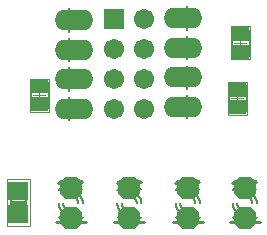
<source format=gbs>
%FSTAX24Y24*%
%MOIN*%
%SFA1B1*%

%IPPOS*%
%AMD29*
4,1,8,0.037000,-0.018500,0.037000,0.018500,0.018500,0.037000,-0.018500,0.037000,-0.037000,0.018500,-0.037000,-0.018500,-0.018500,-0.037000,0.018500,-0.037000,0.037000,-0.018500,0.0*
%
%ADD11R,0.047600X0.015900*%
%ADD12C,0.003900*%
%ADD13C,0.010000*%
%ADD14C,0.006000*%
%ADD15R,0.056000X0.014000*%
%ADD16R,0.025000X0.024000*%
%ADD17C,0.002000*%
G04~CAMADD=29~4~0.0~0.0~740.0~740.0~0.0~185.0~0~0.0~0.0~0.0~0.0~0~0.0~0.0~0.0~0.0~0~0.0~0.0~0.0~270.0~740.0~740.0*
%ADD29D29*%
%ADD30O,0.128000X0.068000*%
%ADD31C,0.067100*%
%ADD32R,0.067100X0.067100*%
%ADD33R,0.071000X0.060000*%
%ADD34R,0.063100X0.051300*%
%LNnode_simple-1*%
%LPD*%
G54D11*
X000752Y001225D03*
G54D12*
X008435Y006122D02*
Y006988D01*
X007865Y006122D02*
Y006988D01*
Y006122D02*
X008435D01*
X007865Y006988D02*
X008435D01*
X008335Y004262D02*
Y005128D01*
X007765Y004262D02*
Y005128D01*
Y004262D02*
X008335D01*
X007765Y005128D02*
X008335D01*
X001735Y004367D02*
Y005233D01*
X001165Y004367D02*
Y005233D01*
Y004367D02*
X001735D01*
X001165Y005233D02*
X001735D01*
X007953Y006555D02*
X008347D01*
X00815Y006358D02*
Y006752D01*
X008465Y006004D02*
Y007106D01*
X007835Y006004D02*
Y007106D01*
Y006004D02*
X008465D01*
X007835Y007106D02*
X008465D01*
X007853Y004695D02*
X008247D01*
X00805Y004498D02*
Y004892D01*
X008365Y004144D02*
Y005246D01*
X007735Y004144D02*
Y005246D01*
Y004144D02*
X008365D01*
X007735Y005246D02*
X008365D01*
X001253Y0048D02*
X001647D01*
X00145Y004603D02*
Y004997D01*
X001765Y004249D02*
Y005351D01*
X001135Y004249D02*
Y005351D01*
Y004249D02*
X001765D01*
X001135Y005351D02*
X001765D01*
G54D13*
X0083Y002D02*
D01*
X008244Y001998*
X008188Y001992*
X008133Y001982*
X008079Y001969*
X008026Y001951*
X007974Y00193*
X007924Y001906*
X007881Y001881*
X00868Y001904D02*
D01*
X008629Y001928*
X008578Y00195*
X008524Y001967*
X00847Y001981*
X008415Y001991*
X008359Y001997*
X008304Y001999*
X0083Y002*
X0064D02*
D01*
X006344Y001998*
X006288Y001992*
X006233Y001982*
X006179Y001969*
X006126Y001951*
X006074Y00193*
X006024Y001906*
X005981Y001881*
X00678Y001904D02*
D01*
X006729Y001928*
X006678Y00195*
X006624Y001967*
X00657Y001981*
X006515Y001991*
X006459Y001997*
X006404Y001999*
X0064Y002*
X00445D02*
D01*
X004394Y001998*
X004338Y001992*
X004283Y001982*
X004229Y001969*
X004176Y001951*
X004124Y00193*
X004074Y001906*
X004031Y001881*
X00483Y001904D02*
D01*
X004779Y001928*
X004728Y00195*
X004674Y001967*
X00462Y001981*
X004565Y001991*
X004509Y001997*
X004454Y001999*
X00445Y002*
X0025D02*
D01*
X002444Y001998*
X002388Y001992*
X002333Y001982*
X002279Y001969*
X002226Y001951*
X002174Y00193*
X002124Y001906*
X002081Y001881*
X00288Y001904D02*
D01*
X002829Y001928*
X002778Y00195*
X002724Y001967*
X00267Y001981*
X002615Y001991*
X002559Y001997*
X002504Y001999*
X0025Y002*
X0078Y00058D02*
X0088D01*
X0059D02*
X0069D01*
X00395D02*
X00495D01*
X002D02*
X003D01*
G54D14*
X0079Y0012D02*
D01*
X0079Y001172*
X007903Y001144*
X007908Y001116*
X007915Y001089*
X007924Y001063*
X007934Y001037*
X007946Y001012*
X00796Y000988*
X007976Y000964*
X007993Y000942*
X008012Y000922*
X008032Y000902*
X008053Y000884*
X008076Y000868*
X0081Y000853*
X008124Y00084*
X00815Y000829*
X008176Y000819*
X008203Y000811*
X00823Y000806*
X008258Y000802*
X008286Y0008*
X0083Y0008*
X00805Y0012D02*
D01*
X00805Y001182*
X008052Y001165*
X008055Y001148*
X008059Y001131*
X008065Y001114*
X008071Y001098*
X008079Y001082*
X008087Y001067*
X008097Y001053*
X008108Y001039*
X00812Y001026*
X008132Y001014*
X008146Y001002*
X00816Y000992*
X008175Y000983*
X00819Y000975*
X008206Y000968*
X008222Y000962*
X008239Y000957*
X008256Y000953*
X008273Y000951*
X008291Y00095*
X0083Y00095*
X0087Y0012D02*
D01*
X008699Y001227*
X008696Y001255*
X008691Y001283*
X008684Y00131*
X008675Y001336*
X008665Y001362*
X008653Y001387*
X008639Y001411*
X008623Y001435*
X008606Y001457*
X008587Y001477*
X008567Y001497*
X008546Y001515*
X008523Y001531*
X0085Y001546*
X008475Y001559*
X008449Y00157*
X008423Y00158*
X008396Y001588*
X008369Y001593*
X008341Y001597*
X008313Y001599*
X0083Y0016*
X00855Y0012D02*
D01*
X008549Y001217*
X008547Y001234*
X008544Y001251*
X00854Y001268*
X008534Y001285*
X008528Y001301*
X00852Y001317*
X008512Y001332*
X008502Y001346*
X008491Y00136*
X008479Y001373*
X008467Y001385*
X008453Y001397*
X008439Y001407*
X008425Y001416*
X008409Y001424*
X008393Y001431*
X008377Y001437*
X00836Y001442*
X008343Y001446*
X008326Y001448*
X008308Y001449*
X0083Y00145*
X007916Y00073D02*
D01*
X007949Y000705*
X007984Y000682*
X00802Y000662*
X008058Y000645*
X008097Y00063*
X008137Y000618*
X008177Y000609*
X008218Y000603*
X00826Y0006*
X0083Y0006*
D01*
X008342Y0006*
X008385Y000604*
X008427Y000611*
X008468Y00062*
X008509Y000633*
X008549Y000648*
X008588Y000666*
X008625Y000687*
X008661Y00071*
X008695Y000735*
X0087Y00074*
X0083Y0018D02*
D01*
X008258Y001798*
X008216Y001794*
X008175Y001786*
X008134Y001776*
X008094Y001763*
X008055Y001748*
X008018Y001729*
X007982Y001708*
X007947Y001685*
X007914Y001659*
X007901Y001648*
X00869Y001661D02*
D01*
X008656Y001686*
X00862Y00171*
X008584Y001731*
X008545Y001749*
X008506Y001765*
X008465Y001777*
X008424Y001787*
X008382Y001794*
X00834Y001798*
X0083Y0018*
X006Y0012D02*
D01*
X006Y001172*
X006003Y001144*
X006008Y001116*
X006015Y001089*
X006024Y001063*
X006034Y001037*
X006046Y001012*
X00606Y000988*
X006076Y000964*
X006093Y000942*
X006112Y000922*
X006132Y000902*
X006153Y000884*
X006176Y000868*
X0062Y000853*
X006224Y00084*
X00625Y000829*
X006276Y000819*
X006303Y000811*
X00633Y000806*
X006358Y000802*
X006386Y0008*
X0064Y0008*
X00615Y0012D02*
D01*
X00615Y001182*
X006152Y001165*
X006155Y001148*
X006159Y001131*
X006165Y001114*
X006171Y001098*
X006179Y001082*
X006187Y001067*
X006197Y001053*
X006208Y001039*
X00622Y001026*
X006232Y001014*
X006246Y001002*
X00626Y000992*
X006275Y000983*
X00629Y000975*
X006306Y000968*
X006322Y000962*
X006339Y000957*
X006356Y000953*
X006373Y000951*
X006391Y00095*
X0064Y00095*
X0068Y0012D02*
D01*
X006799Y001227*
X006796Y001255*
X006791Y001283*
X006784Y00131*
X006775Y001336*
X006765Y001362*
X006753Y001387*
X006739Y001411*
X006723Y001435*
X006706Y001457*
X006687Y001477*
X006667Y001497*
X006646Y001515*
X006623Y001531*
X0066Y001546*
X006575Y001559*
X006549Y00157*
X006523Y00158*
X006496Y001588*
X006469Y001593*
X006441Y001597*
X006413Y001599*
X0064Y0016*
X00665Y0012D02*
D01*
X006649Y001217*
X006647Y001234*
X006644Y001251*
X00664Y001268*
X006634Y001285*
X006628Y001301*
X00662Y001317*
X006612Y001332*
X006602Y001346*
X006591Y00136*
X006579Y001373*
X006567Y001385*
X006553Y001397*
X006539Y001407*
X006525Y001416*
X006509Y001424*
X006493Y001431*
X006477Y001437*
X00646Y001442*
X006443Y001446*
X006426Y001448*
X006408Y001449*
X0064Y00145*
X006016Y00073D02*
D01*
X006049Y000705*
X006084Y000682*
X00612Y000662*
X006158Y000645*
X006197Y00063*
X006237Y000618*
X006277Y000609*
X006318Y000603*
X00636Y0006*
X0064Y0006*
D01*
X006442Y0006*
X006485Y000604*
X006527Y000611*
X006568Y00062*
X006609Y000633*
X006649Y000648*
X006688Y000666*
X006725Y000687*
X006761Y00071*
X006795Y000735*
X0068Y00074*
X0064Y0018D02*
D01*
X006358Y001798*
X006316Y001794*
X006275Y001786*
X006234Y001776*
X006194Y001763*
X006155Y001748*
X006118Y001729*
X006082Y001708*
X006047Y001685*
X006014Y001659*
X006001Y001648*
X00679Y001661D02*
D01*
X006756Y001686*
X00672Y00171*
X006684Y001731*
X006645Y001749*
X006606Y001765*
X006565Y001777*
X006524Y001787*
X006482Y001794*
X00644Y001798*
X0064Y0018*
X00405Y0012D02*
D01*
X00405Y001172*
X004053Y001144*
X004058Y001116*
X004065Y001089*
X004074Y001063*
X004084Y001037*
X004096Y001012*
X00411Y000988*
X004126Y000964*
X004143Y000942*
X004162Y000922*
X004182Y000902*
X004203Y000884*
X004226Y000868*
X00425Y000853*
X004274Y00084*
X0043Y000829*
X004326Y000819*
X004353Y000811*
X00438Y000806*
X004408Y000802*
X004436Y0008*
X00445Y0008*
X0042Y0012D02*
D01*
X0042Y001182*
X004202Y001165*
X004205Y001148*
X004209Y001131*
X004215Y001114*
X004221Y001098*
X004229Y001082*
X004237Y001067*
X004247Y001053*
X004258Y001039*
X00427Y001026*
X004282Y001014*
X004296Y001002*
X00431Y000992*
X004325Y000983*
X00434Y000975*
X004356Y000968*
X004372Y000962*
X004389Y000957*
X004406Y000953*
X004423Y000951*
X004441Y00095*
X00445Y00095*
X00485Y0012D02*
D01*
X004849Y001227*
X004846Y001255*
X004841Y001283*
X004834Y00131*
X004825Y001336*
X004815Y001362*
X004803Y001387*
X004789Y001411*
X004773Y001435*
X004756Y001457*
X004737Y001477*
X004717Y001497*
X004696Y001515*
X004673Y001531*
X00465Y001546*
X004625Y001559*
X004599Y00157*
X004573Y00158*
X004546Y001588*
X004519Y001593*
X004491Y001597*
X004463Y001599*
X00445Y0016*
X0047Y0012D02*
D01*
X004699Y001217*
X004697Y001234*
X004694Y001251*
X00469Y001268*
X004684Y001285*
X004678Y001301*
X00467Y001317*
X004662Y001332*
X004652Y001346*
X004641Y00136*
X004629Y001373*
X004617Y001385*
X004603Y001397*
X004589Y001407*
X004575Y001416*
X004559Y001424*
X004543Y001431*
X004527Y001437*
X00451Y001442*
X004493Y001446*
X004476Y001448*
X004458Y001449*
X00445Y00145*
X004066Y00073D02*
D01*
X004099Y000705*
X004134Y000682*
X00417Y000662*
X004208Y000645*
X004247Y00063*
X004287Y000618*
X004327Y000609*
X004368Y000603*
X00441Y0006*
X00445Y0006*
D01*
X004492Y0006*
X004535Y000604*
X004577Y000611*
X004618Y00062*
X004659Y000633*
X004699Y000648*
X004738Y000666*
X004775Y000687*
X004811Y00071*
X004845Y000735*
X00485Y00074*
X00445Y0018D02*
D01*
X004408Y001798*
X004366Y001794*
X004325Y001786*
X004284Y001776*
X004244Y001763*
X004205Y001748*
X004168Y001729*
X004132Y001708*
X004097Y001685*
X004064Y001659*
X004051Y001648*
X00484Y001661D02*
D01*
X004806Y001686*
X00477Y00171*
X004734Y001731*
X004695Y001749*
X004656Y001765*
X004615Y001777*
X004574Y001787*
X004532Y001794*
X00449Y001798*
X00445Y0018*
X0021Y0012D02*
D01*
X0021Y001172*
X002103Y001144*
X002108Y001116*
X002115Y001089*
X002124Y001063*
X002134Y001037*
X002146Y001012*
X00216Y000988*
X002176Y000964*
X002193Y000942*
X002212Y000922*
X002232Y000902*
X002253Y000884*
X002276Y000868*
X0023Y000853*
X002324Y00084*
X00235Y000829*
X002376Y000819*
X002403Y000811*
X00243Y000806*
X002458Y000802*
X002486Y0008*
X0025Y0008*
X00225Y0012D02*
D01*
X00225Y001182*
X002252Y001165*
X002255Y001148*
X002259Y001131*
X002265Y001114*
X002271Y001098*
X002279Y001082*
X002287Y001067*
X002297Y001053*
X002308Y001039*
X00232Y001026*
X002332Y001014*
X002346Y001002*
X00236Y000992*
X002375Y000983*
X00239Y000975*
X002406Y000968*
X002422Y000962*
X002439Y000957*
X002456Y000953*
X002473Y000951*
X002491Y00095*
X0025Y00095*
X0029Y0012D02*
D01*
X002899Y001227*
X002896Y001255*
X002891Y001283*
X002884Y00131*
X002875Y001336*
X002865Y001362*
X002853Y001387*
X002839Y001411*
X002823Y001435*
X002806Y001457*
X002787Y001477*
X002767Y001497*
X002746Y001515*
X002723Y001531*
X0027Y001546*
X002675Y001559*
X002649Y00157*
X002623Y00158*
X002596Y001588*
X002569Y001593*
X002541Y001597*
X002513Y001599*
X0025Y0016*
X00275Y0012D02*
D01*
X002749Y001217*
X002747Y001234*
X002744Y001251*
X00274Y001268*
X002734Y001285*
X002728Y001301*
X00272Y001317*
X002712Y001332*
X002702Y001346*
X002691Y00136*
X002679Y001373*
X002667Y001385*
X002653Y001397*
X002639Y001407*
X002625Y001416*
X002609Y001424*
X002593Y001431*
X002577Y001437*
X00256Y001442*
X002543Y001446*
X002526Y001448*
X002508Y001449*
X0025Y00145*
X002116Y00073D02*
D01*
X002149Y000705*
X002184Y000682*
X00222Y000662*
X002258Y000645*
X002297Y00063*
X002337Y000618*
X002377Y000609*
X002418Y000603*
X00246Y0006*
X0025Y0006*
D01*
X002542Y0006*
X002585Y000604*
X002627Y000611*
X002668Y00062*
X002709Y000633*
X002749Y000648*
X002788Y000666*
X002825Y000687*
X002861Y00071*
X002895Y000735*
X0029Y00074*
X0025Y0018D02*
D01*
X002458Y001798*
X002416Y001794*
X002375Y001786*
X002334Y001776*
X002294Y001763*
X002255Y001748*
X002218Y001729*
X002182Y001708*
X002147Y001685*
X002114Y001659*
X002101Y001648*
X00289Y001661D02*
D01*
X002856Y001686*
X00282Y00171*
X002784Y001731*
X002745Y001749*
X002706Y001765*
X002665Y001777*
X002624Y001787*
X002582Y001794*
X00254Y001798*
X0025Y0018*
X0005Y000944D02*
Y001504D01*
X001Y000944D02*
Y001504D01*
X00245Y003963D02*
Y004743D01*
Y004953D02*
Y005733D01*
Y005936D02*
Y006716D01*
Y006916D02*
Y007696D01*
X006389Y006983D02*
Y007764D01*
Y005994D02*
Y006774D01*
Y00501D02*
Y00579D01*
Y00403D02*
Y00481D01*
G54D15*
X00075Y001564D03*
Y000884D03*
G54D16*
X002575Y004353D03*
Y005333D03*
Y006326D03*
Y007306D03*
X006264Y007374D03*
Y006394D03*
Y0054D03*
Y00442D03*
G54D17*
X000363Y002004D02*
X00114D01*
X000363Y000447D02*
X00114D01*
X000363D02*
Y002004D01*
X00114Y000447D02*
Y002004D01*
G54D29*
X0083Y0007D03*
Y0017D03*
X0064Y0007D03*
Y0017D03*
X00445Y0007D03*
Y0017D03*
X0025Y0007D03*
Y0017D03*
G54D30*
X0026Y007306D03*
Y006326D03*
Y00435D03*
Y005334D03*
X006239Y00442D03*
Y0054D03*
Y007376D03*
Y006392D03*
G54D31*
X00495Y00435D03*
Y00535D03*
Y00635D03*
Y00735D03*
X00395Y00435D03*
Y00535D03*
Y00635D03*
G54D32*
X00395Y00735D03*
G54D33*
X000753Y00085D03*
Y001604D03*
G54D34*
X00815Y006259D03*
Y00685D03*
X00805Y0044D03*
Y004991D03*
X00145Y004505D03*
Y005095D03*
M02*
</source>
